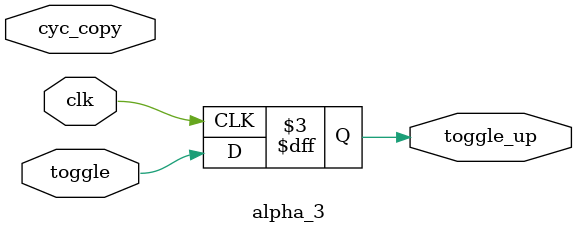
<source format=v>
module alpha_3 (
   toggle_up,
   clk, toggle, cyc_copy
   );
   input clk;
   input toggle;
   input [7:0] cyc_copy;
   reg 	       toggle_internal;
   output reg  toggle_up;
   always @ (posedge clk) begin
      toggle_internal <= toggle;
      toggle_up       <= toggle;
   end
endmodule
</source>
